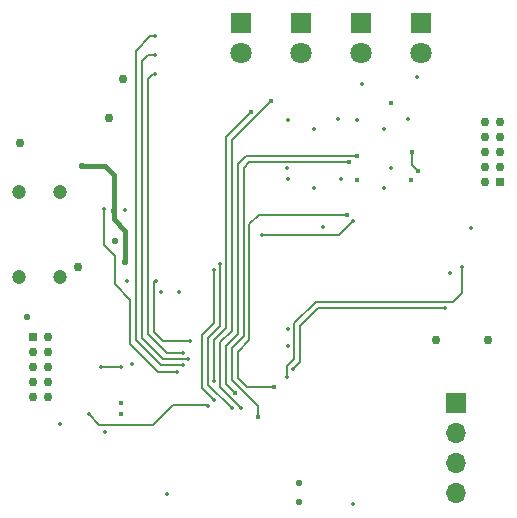
<source format=gbr>
%TF.GenerationSoftware,KiCad,Pcbnew,4.0.7-e2-6376~61~ubuntu18.04.1*%
%TF.CreationDate,2018-07-16T23:03:50+02:00*%
%TF.ProjectId,blackBoxProbe,626C61636B426F7850726F62652E6B69,rev?*%
%TF.FileFunction,Copper,L4,Bot,Signal*%
%FSLAX46Y46*%
G04 Gerber Fmt 4.6, Leading zero omitted, Abs format (unit mm)*
G04 Created by KiCad (PCBNEW 4.0.7-e2-6376~61~ubuntu18.04.1) date Mon Jul 16 23:03:50 2018*
%MOMM*%
%LPD*%
G01*
G04 APERTURE LIST*
%ADD10C,0.150000*%
%ADD11C,1.200000*%
%ADD12R,1.700000X1.700000*%
%ADD13O,1.700000X1.700000*%
%ADD14R,1.800000X1.800000*%
%ADD15C,1.800000*%
%ADD16R,0.750000X0.750000*%
%ADD17C,0.750000*%
%ADD18C,0.550000*%
%ADD19C,0.355600*%
%ADD20C,0.381000*%
%ADD21C,0.400000*%
%ADD22C,0.200000*%
G04 APERTURE END LIST*
D10*
D11*
X18975000Y-167395000D03*
X18975000Y-174545000D03*
X15525000Y-167395000D03*
X15525000Y-174545000D03*
D12*
X52450000Y-185260000D03*
D13*
X52450000Y-187800000D03*
X52450000Y-190340000D03*
X52450000Y-192880000D03*
D14*
X34290000Y-153035000D03*
D15*
X34290000Y-155575000D03*
D14*
X39370000Y-153035000D03*
D15*
X39370000Y-155575000D03*
D14*
X44450000Y-153035000D03*
D15*
X44450000Y-155575000D03*
D14*
X49530000Y-153035000D03*
D15*
X49530000Y-155575000D03*
D16*
X16665000Y-179660000D03*
D17*
X17935000Y-179660000D03*
X16665000Y-180930000D03*
X17935000Y-180930000D03*
X16665000Y-182200000D03*
X17935000Y-182200000D03*
X16665000Y-183470000D03*
X17935000Y-183470000D03*
X16665000Y-184740000D03*
X17935000Y-184740000D03*
D16*
X56235000Y-166540000D03*
D17*
X54965000Y-166540000D03*
X56235000Y-165270000D03*
X54965000Y-165270000D03*
X56235000Y-164000000D03*
X54965000Y-164000000D03*
X56235000Y-162730000D03*
X54965000Y-162730000D03*
X56235000Y-161460000D03*
X54965000Y-161460000D03*
D18*
X23500000Y-169000000D03*
X20800000Y-165200000D03*
X24500000Y-173300000D03*
D19*
X38250000Y-180450000D03*
X24600000Y-174900000D03*
X38200000Y-165300000D03*
D20*
X47000000Y-159800000D03*
D17*
X50800000Y-179900000D03*
D19*
X53800000Y-170400000D03*
X46400000Y-162000000D03*
X40500000Y-167000000D03*
X46400000Y-167000000D03*
X40500000Y-162000000D03*
X22800000Y-187700000D03*
X28000000Y-192900000D03*
X24500000Y-168900000D03*
D18*
X39200000Y-193600000D03*
D19*
X29050000Y-175850000D03*
D18*
X23600000Y-171500000D03*
D20*
X24100000Y-185200000D03*
D17*
X15550000Y-163200000D03*
X23150000Y-161100000D03*
D18*
X16210000Y-177935000D03*
D17*
X20500000Y-173750000D03*
D19*
X38250000Y-178950000D03*
X52000000Y-174200000D03*
X41200000Y-170300000D03*
X47000000Y-165300000D03*
X44500000Y-158200000D03*
D20*
X44150000Y-166350000D03*
D17*
X55200000Y-179900000D03*
D19*
X38250000Y-161250000D03*
X38250000Y-166250000D03*
X44150000Y-161250000D03*
X19000000Y-187000000D03*
D17*
X24300000Y-157800000D03*
D19*
X25100000Y-181900000D03*
X43750000Y-193750000D03*
D18*
X39200000Y-192000000D03*
D19*
X27550000Y-175850000D03*
D20*
X24100000Y-186200000D03*
D19*
X53000000Y-173700000D03*
X38200000Y-183000000D03*
D20*
X36800000Y-159700000D03*
D19*
X34300000Y-185700000D03*
D20*
X35100000Y-160600000D03*
D19*
X32000000Y-183400000D03*
X51600000Y-177200000D03*
X38700000Y-182400000D03*
X28900000Y-182600000D03*
X22700000Y-168800000D03*
X22400000Y-182200000D03*
X24100000Y-182200000D03*
X21400000Y-186200000D03*
X31500000Y-185500000D03*
X27100000Y-174900000D03*
X30000000Y-180000000D03*
D20*
X49300000Y-165600000D03*
X48800000Y-164000000D03*
D19*
X27000000Y-154200000D03*
X29400000Y-182000000D03*
X27000000Y-155800000D03*
X29800000Y-181500000D03*
X27000000Y-157400000D03*
X29400000Y-181000000D03*
X33500000Y-185700000D03*
X32500000Y-173500000D03*
X32000000Y-185000000D03*
X32000000Y-174000000D03*
D20*
X44100000Y-164300000D03*
X33800000Y-184400000D03*
X43300000Y-169300000D03*
X37100000Y-183900000D03*
D19*
X36100000Y-171000000D03*
X43800000Y-169800000D03*
D20*
X43400000Y-164800000D03*
X35700000Y-186400000D03*
X48650000Y-166350000D03*
D19*
X42500000Y-161200000D03*
X48400000Y-161200000D03*
X42750000Y-166250000D03*
X49200000Y-157600000D03*
D21*
X23500000Y-169700000D02*
X23500000Y-169000000D01*
X23500000Y-169000000D02*
X23500000Y-165900000D01*
X22800000Y-165200000D02*
X20800000Y-165200000D01*
X23500000Y-165900000D02*
X22800000Y-165200000D01*
X24500000Y-170700000D02*
X23500000Y-169700000D01*
X24500000Y-173300000D02*
X24500000Y-170700000D01*
D22*
X53000000Y-173700000D02*
X53000000Y-175900000D01*
X52200000Y-176700000D02*
X40600000Y-176700000D01*
X53000000Y-175900000D02*
X52200000Y-176700000D01*
X40600000Y-176700000D02*
X38800000Y-178500000D01*
X38800000Y-178500000D02*
X38800000Y-181500000D01*
X38800000Y-181500000D02*
X38200000Y-182100000D01*
X38200000Y-182100000D02*
X38200000Y-183000000D01*
X33500000Y-163000000D02*
X36800000Y-159700000D01*
X33500000Y-163400000D02*
X33500000Y-163000000D01*
X32500000Y-183900000D02*
X34300000Y-185700000D01*
X32500000Y-180100000D02*
X32500000Y-183900000D01*
X33500000Y-179100000D02*
X32500000Y-180100000D01*
X33500000Y-163400000D02*
X33500000Y-179100000D01*
X33000000Y-162700000D02*
X35100000Y-160600000D01*
X33000000Y-163100000D02*
X33000000Y-162700000D01*
X33000000Y-178900000D02*
X33000000Y-163100000D01*
X32000000Y-179900000D02*
X33000000Y-178900000D01*
X32000000Y-183400000D02*
X32000000Y-179900000D01*
X51600000Y-177200000D02*
X40800000Y-177200000D01*
X40800000Y-177200000D02*
X39300000Y-178700000D01*
X39300000Y-178700000D02*
X39300000Y-181800000D01*
X39300000Y-181800000D02*
X38700000Y-182400000D01*
X28900000Y-182600000D02*
X27300000Y-182600000D01*
X27300000Y-182600000D02*
X24900000Y-180200000D01*
X24900000Y-180200000D02*
X24900000Y-176500000D01*
X24900000Y-176500000D02*
X23600000Y-175200000D01*
X22700000Y-171900000D02*
X22700000Y-168800000D01*
X23600000Y-175200000D02*
X23600000Y-172800000D01*
X23600000Y-172800000D02*
X22700000Y-171900000D01*
X24100000Y-182200000D02*
X22400000Y-182200000D01*
X31500000Y-185500000D02*
X31400000Y-185400000D01*
X31400000Y-185400000D02*
X28500000Y-185400000D01*
X28500000Y-185400000D02*
X26800000Y-187100000D01*
X26800000Y-187100000D02*
X22300000Y-187100000D01*
X22300000Y-187100000D02*
X21400000Y-186200000D01*
X27000000Y-174900000D02*
X27100000Y-174900000D01*
X26900000Y-175000000D02*
X27000000Y-174900000D01*
X27700000Y-180000000D02*
X30000000Y-180000000D01*
X27700000Y-180000000D02*
X26900000Y-179200000D01*
X26900000Y-179200000D02*
X26900000Y-175000000D01*
X48800000Y-165100000D02*
X49300000Y-165600000D01*
X48800000Y-164000000D02*
X48800000Y-165100000D01*
X27000000Y-154200000D02*
X26600000Y-154200000D01*
X26600000Y-154200000D02*
X25400000Y-155400000D01*
X25400000Y-155400000D02*
X25400000Y-179900000D01*
X25400000Y-179900000D02*
X27500000Y-182000000D01*
X27500000Y-182000000D02*
X29400000Y-182000000D01*
X27000000Y-155800000D02*
X26400000Y-155800000D01*
X25900000Y-156300000D02*
X25900000Y-179700000D01*
X26400000Y-155800000D02*
X25900000Y-156300000D01*
X25900000Y-179700000D02*
X27700000Y-181500000D01*
X27700000Y-181500000D02*
X29800000Y-181500000D01*
X26800000Y-157400000D02*
X27000000Y-157400000D01*
X26400000Y-157800000D02*
X26800000Y-157400000D01*
X26400000Y-170300000D02*
X26400000Y-157800000D01*
X28000000Y-181000000D02*
X29400000Y-181000000D01*
X26400000Y-170300000D02*
X26400000Y-178800000D01*
X26400000Y-178800000D02*
X26400000Y-178861543D01*
X28000000Y-181000000D02*
X26400000Y-179400000D01*
X26400000Y-179400000D02*
X26400000Y-178800000D01*
X31500000Y-183700000D02*
X33500000Y-185700000D01*
X31500000Y-179700000D02*
X31500000Y-183700000D01*
X32500000Y-178700000D02*
X31500000Y-179700000D01*
X32500000Y-173500000D02*
X32500000Y-178700000D01*
X31000000Y-184000000D02*
X32000000Y-185000000D01*
X31000000Y-179500000D02*
X31000000Y-184000000D01*
X32000000Y-178500000D02*
X31000000Y-179500000D01*
X32000000Y-174000000D02*
X32000000Y-178500000D01*
X44000000Y-164300000D02*
X44100000Y-164300000D01*
X33000000Y-183600000D02*
X33800000Y-184400000D01*
X33000000Y-180400000D02*
X33000000Y-183600000D01*
X34000000Y-179400000D02*
X33000000Y-180400000D01*
X34000000Y-165000000D02*
X34000000Y-179400000D01*
X34700000Y-164300000D02*
X34000000Y-165000000D01*
X44000000Y-164300000D02*
X34700000Y-164300000D01*
X35800000Y-169300000D02*
X43300000Y-169300000D01*
X35000000Y-170100000D02*
X35800000Y-169300000D01*
X35000000Y-179900000D02*
X35000000Y-170100000D01*
X34000000Y-180900000D02*
X35000000Y-179900000D01*
X34000000Y-183100000D02*
X34000000Y-180900000D01*
X34800000Y-183900000D02*
X34000000Y-183100000D01*
X37100000Y-183900000D02*
X34800000Y-183900000D01*
X39200000Y-171000000D02*
X36100000Y-171000000D01*
X42600000Y-171000000D02*
X43800000Y-169800000D01*
X39200000Y-171000000D02*
X42600000Y-171000000D01*
X43400000Y-164800000D02*
X35000000Y-164800000D01*
X35700000Y-185500000D02*
X35700000Y-186400000D01*
X33500000Y-183300000D02*
X35700000Y-185500000D01*
X33500000Y-180600000D02*
X33500000Y-183300000D01*
X34500000Y-179600000D02*
X33500000Y-180600000D01*
X34500000Y-165300000D02*
X34500000Y-179600000D01*
X35000000Y-164800000D02*
X34500000Y-165300000D01*
M02*

</source>
